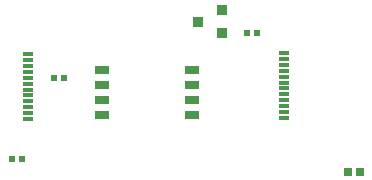
<source format=gtp>
G04*
G04 #@! TF.GenerationSoftware,Altium Limited,CircuitMaker,2.3.0 (3)*
G04*
G04 Layer_Color=7318015*
%FSLAX25Y25*%
%MOIN*%
G70*
G04*
G04 #@! TF.SameCoordinates,D5F01219-70E6-4597-8F9B-96EA77F89AD0*
G04*
G04*
G04 #@! TF.FilePolarity,Positive*
G04*
G01*
G75*
%ADD15R,0.03543X0.01181*%
%ADD16R,0.02559X0.02756*%
%ADD17R,0.05000X0.02992*%
%ADD18R,0.02362X0.02165*%
G04:AMPARAMS|DCode=19|XSize=31.5mil|YSize=35.43mil|CornerRadius=3.15mil|HoleSize=0mil|Usage=FLASHONLY|Rotation=270.000|XOffset=0mil|YOffset=0mil|HoleType=Round|Shape=RoundedRectangle|*
%AMROUNDEDRECTD19*
21,1,0.03150,0.02913,0,0,270.0*
21,1,0.02520,0.03543,0,0,270.0*
1,1,0.00630,-0.01457,-0.01260*
1,1,0.00630,-0.01457,0.01260*
1,1,0.00630,0.01457,0.01260*
1,1,0.00630,0.01457,-0.01260*
%
%ADD19ROUNDEDRECTD19*%
D15*
X219685Y161181D02*
D03*
Y163150D02*
D03*
Y165118D02*
D03*
Y167087D02*
D03*
Y169055D02*
D03*
Y171024D02*
D03*
Y172992D02*
D03*
Y174961D02*
D03*
Y176929D02*
D03*
Y178898D02*
D03*
Y180866D02*
D03*
Y182835D02*
D03*
X134252Y182441D02*
D03*
Y180472D02*
D03*
Y178504D02*
D03*
Y176535D02*
D03*
Y174567D02*
D03*
Y172598D02*
D03*
Y170630D02*
D03*
Y168661D02*
D03*
Y166693D02*
D03*
Y164724D02*
D03*
Y162756D02*
D03*
Y160787D02*
D03*
D16*
X244783Y143307D02*
D03*
X241043D02*
D03*
D17*
X188961Y177000D02*
D03*
Y172000D02*
D03*
Y167000D02*
D03*
Y162000D02*
D03*
X159039D02*
D03*
Y167000D02*
D03*
Y172000D02*
D03*
Y177000D02*
D03*
D18*
X210531Y189567D02*
D03*
X207185D02*
D03*
X129035Y147638D02*
D03*
X132382D02*
D03*
X142815Y174409D02*
D03*
X146161D02*
D03*
D19*
X190945Y193307D02*
D03*
X198819Y197047D02*
D03*
Y189567D02*
D03*
M02*

</source>
